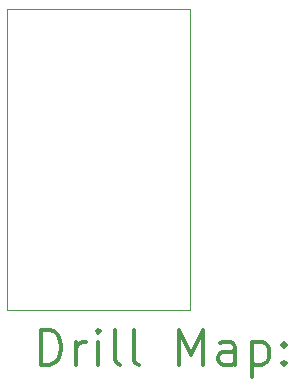
<source format=gbr>
%FSLAX45Y45*%
G04 Gerber Fmt 4.5, Leading zero omitted, Abs format (unit mm)*
G04 Created by KiCad (PCBNEW (5.1.9)-1) date 2021-05-18 23:01:26*
%MOMM*%
%LPD*%
G01*
G04 APERTURE LIST*
%TA.AperFunction,Profile*%
%ADD10C,0.025400*%
%TD*%
%ADD11C,0.200000*%
%ADD12C,0.300000*%
G04 APERTURE END LIST*
D10*
X13550000Y-11800000D02*
X13550000Y-9250000D01*
X15100000Y-11800000D02*
X13550000Y-11800000D01*
X15100000Y-9250000D02*
X15100000Y-11800000D01*
X13550000Y-9250000D02*
X15100000Y-9250000D01*
D11*
D12*
X13835158Y-12266984D02*
X13835158Y-11966984D01*
X13906587Y-11966984D01*
X13949444Y-11981270D01*
X13978016Y-12009841D01*
X13992301Y-12038413D01*
X14006587Y-12095556D01*
X14006587Y-12138413D01*
X13992301Y-12195556D01*
X13978016Y-12224127D01*
X13949444Y-12252699D01*
X13906587Y-12266984D01*
X13835158Y-12266984D01*
X14135158Y-12266984D02*
X14135158Y-12066984D01*
X14135158Y-12124127D02*
X14149444Y-12095556D01*
X14163730Y-12081270D01*
X14192301Y-12066984D01*
X14220873Y-12066984D01*
X14320873Y-12266984D02*
X14320873Y-12066984D01*
X14320873Y-11966984D02*
X14306587Y-11981270D01*
X14320873Y-11995556D01*
X14335158Y-11981270D01*
X14320873Y-11966984D01*
X14320873Y-11995556D01*
X14506587Y-12266984D02*
X14478016Y-12252699D01*
X14463730Y-12224127D01*
X14463730Y-11966984D01*
X14663730Y-12266984D02*
X14635158Y-12252699D01*
X14620873Y-12224127D01*
X14620873Y-11966984D01*
X15006587Y-12266984D02*
X15006587Y-11966984D01*
X15106587Y-12181270D01*
X15206587Y-11966984D01*
X15206587Y-12266984D01*
X15478016Y-12266984D02*
X15478016Y-12109841D01*
X15463730Y-12081270D01*
X15435158Y-12066984D01*
X15378016Y-12066984D01*
X15349444Y-12081270D01*
X15478016Y-12252699D02*
X15449444Y-12266984D01*
X15378016Y-12266984D01*
X15349444Y-12252699D01*
X15335158Y-12224127D01*
X15335158Y-12195556D01*
X15349444Y-12166984D01*
X15378016Y-12152699D01*
X15449444Y-12152699D01*
X15478016Y-12138413D01*
X15620873Y-12066984D02*
X15620873Y-12366984D01*
X15620873Y-12081270D02*
X15649444Y-12066984D01*
X15706587Y-12066984D01*
X15735158Y-12081270D01*
X15749444Y-12095556D01*
X15763730Y-12124127D01*
X15763730Y-12209841D01*
X15749444Y-12238413D01*
X15735158Y-12252699D01*
X15706587Y-12266984D01*
X15649444Y-12266984D01*
X15620873Y-12252699D01*
X15892301Y-12238413D02*
X15906587Y-12252699D01*
X15892301Y-12266984D01*
X15878016Y-12252699D01*
X15892301Y-12238413D01*
X15892301Y-12266984D01*
X15892301Y-12081270D02*
X15906587Y-12095556D01*
X15892301Y-12109841D01*
X15878016Y-12095556D01*
X15892301Y-12081270D01*
X15892301Y-12109841D01*
M02*

</source>
